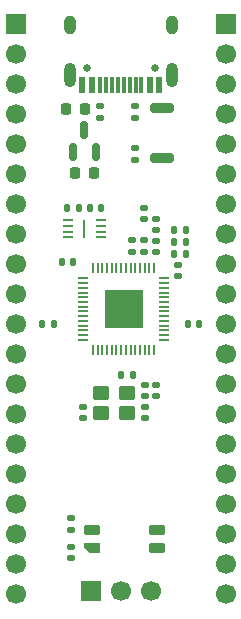
<source format=gbr>
%TF.GenerationSoftware,KiCad,Pcbnew,9.0.6*%
%TF.CreationDate,2026-01-07T14:09:13-05:00*%
%TF.ProjectId,Miguel's-Custom-Devboard - V2,4d696775-656c-4277-932d-437573746f6d,rev?*%
%TF.SameCoordinates,Original*%
%TF.FileFunction,Soldermask,Top*%
%TF.FilePolarity,Negative*%
%FSLAX46Y46*%
G04 Gerber Fmt 4.6, Leading zero omitted, Abs format (unit mm)*
G04 Created by KiCad (PCBNEW 9.0.6) date 2026-01-07 14:09:13*
%MOMM*%
%LPD*%
G01*
G04 APERTURE LIST*
G04 Aperture macros list*
%AMRoundRect*
0 Rectangle with rounded corners*
0 $1 Rounding radius*
0 $2 $3 $4 $5 $6 $7 $8 $9 X,Y pos of 4 corners*
0 Add a 4 corners polygon primitive as box body*
4,1,4,$2,$3,$4,$5,$6,$7,$8,$9,$2,$3,0*
0 Add four circle primitives for the rounded corners*
1,1,$1+$1,$2,$3*
1,1,$1+$1,$4,$5*
1,1,$1+$1,$6,$7*
1,1,$1+$1,$8,$9*
0 Add four rect primitives between the rounded corners*
20,1,$1+$1,$2,$3,$4,$5,0*
20,1,$1+$1,$4,$5,$6,$7,0*
20,1,$1+$1,$6,$7,$8,$9,0*
20,1,$1+$1,$8,$9,$2,$3,0*%
%AMFreePoly0*
4,1,18,-0.410000,0.265000,0.000000,0.675000,0.328000,0.675000,0.359380,0.668758,0.385983,0.650983,0.403758,0.624380,0.410000,0.593000,0.410000,-0.593000,0.403758,-0.624380,0.385983,-0.650983,0.359380,-0.668758,0.328000,-0.675000,-0.328000,-0.675000,-0.359380,-0.668758,-0.385983,-0.650983,-0.403758,-0.624380,-0.410000,-0.593000,-0.410000,0.265000,-0.410000,0.265000,$1*%
G04 Aperture macros list end*
%ADD10RoundRect,0.062500X-0.387500X-0.062500X0.387500X-0.062500X0.387500X0.062500X-0.387500X0.062500X0*%
%ADD11R,0.200000X1.600000*%
%ADD12RoundRect,0.140000X0.140000X0.170000X-0.140000X0.170000X-0.140000X-0.170000X0.140000X-0.170000X0*%
%ADD13RoundRect,0.140000X0.170000X-0.140000X0.170000X0.140000X-0.170000X0.140000X-0.170000X-0.140000X0*%
%ADD14RoundRect,0.140000X-0.170000X0.140000X-0.170000X-0.140000X0.170000X-0.140000X0.170000X0.140000X0*%
%ADD15RoundRect,0.135000X0.135000X0.185000X-0.135000X0.185000X-0.135000X-0.185000X0.135000X-0.185000X0*%
%ADD16R,1.700000X1.700000*%
%ADD17C,1.700000*%
%ADD18RoundRect,0.050000X-0.387500X-0.050000X0.387500X-0.050000X0.387500X0.050000X-0.387500X0.050000X0*%
%ADD19RoundRect,0.050000X-0.050000X-0.387500X0.050000X-0.387500X0.050000X0.387500X-0.050000X0.387500X0*%
%ADD20R,3.200000X3.200000*%
%ADD21RoundRect,0.140000X-0.140000X-0.170000X0.140000X-0.170000X0.140000X0.170000X-0.140000X0.170000X0*%
%ADD22RoundRect,0.135000X-0.185000X0.135000X-0.185000X-0.135000X0.185000X-0.135000X0.185000X0.135000X0*%
%ADD23RoundRect,0.225000X0.225000X0.250000X-0.225000X0.250000X-0.225000X-0.250000X0.225000X-0.250000X0*%
%ADD24RoundRect,0.082000X0.593000X-0.328000X0.593000X0.328000X-0.593000X0.328000X-0.593000X-0.328000X0*%
%ADD25FreePoly0,90.000000*%
%ADD26RoundRect,0.250000X0.450000X0.350000X-0.450000X0.350000X-0.450000X-0.350000X0.450000X-0.350000X0*%
%ADD27RoundRect,0.150000X0.150000X-0.587500X0.150000X0.587500X-0.150000X0.587500X-0.150000X-0.587500X0*%
%ADD28C,0.650000*%
%ADD29R,0.600000X1.450000*%
%ADD30R,0.300000X1.450000*%
%ADD31O,1.000000X2.100000*%
%ADD32O,1.000000X1.600000*%
%ADD33RoundRect,0.200000X-0.800000X0.200000X-0.800000X-0.200000X0.800000X-0.200000X0.800000X0.200000X0*%
G04 APERTURE END LIST*
D10*
%TO.C,U3*%
X188998800Y-60927900D03*
X188998800Y-61427900D03*
X188998800Y-61927900D03*
X188998800Y-62427900D03*
X191848800Y-62427900D03*
X191848800Y-61927900D03*
X191848800Y-61427900D03*
X191848800Y-60927900D03*
D11*
X190423800Y-61677900D03*
%TD*%
D12*
%TO.C,C17*%
X191853800Y-59893200D03*
X190893800Y-59893200D03*
%TD*%
D13*
%TO.C,C1*%
X195453000Y-60881200D03*
X195453000Y-59921200D03*
%TD*%
D14*
%TO.C,C7*%
X195529200Y-74881800D03*
X195529200Y-75841800D03*
%TD*%
D12*
%TO.C,C8*%
X187830400Y-69723000D03*
X186870400Y-69723000D03*
%TD*%
D15*
%TO.C,R7*%
X189983800Y-59893200D03*
X188963800Y-59893200D03*
%TD*%
D13*
%TO.C,C2*%
X196443600Y-61795600D03*
X196443600Y-60835600D03*
%TD*%
D16*
%TO.C,J4*%
X190960000Y-92390000D03*
D17*
X193500000Y-92390000D03*
X196040000Y-92390000D03*
%TD*%
D18*
%TO.C,U1*%
X190292500Y-65890000D03*
X190292500Y-66290000D03*
X190292500Y-66690000D03*
X190292500Y-67090000D03*
X190292500Y-67490000D03*
X190292500Y-67890000D03*
X190292500Y-68290000D03*
X190292500Y-68690000D03*
X190292500Y-69090000D03*
X190292500Y-69490000D03*
X190292500Y-69890000D03*
X190292500Y-70290000D03*
X190292500Y-70690000D03*
X190292500Y-71090000D03*
D19*
X191130000Y-71927500D03*
X191530000Y-71927500D03*
X191930000Y-71927500D03*
X192330000Y-71927500D03*
X192730000Y-71927500D03*
X193130000Y-71927500D03*
X193530000Y-71927500D03*
X193930000Y-71927500D03*
X194330000Y-71927500D03*
X194730000Y-71927500D03*
X195130000Y-71927500D03*
X195530000Y-71927500D03*
X195930000Y-71927500D03*
X196330000Y-71927500D03*
D18*
X197167500Y-71090000D03*
X197167500Y-70690000D03*
X197167500Y-70290000D03*
X197167500Y-69890000D03*
X197167500Y-69490000D03*
X197167500Y-69090000D03*
X197167500Y-68690000D03*
X197167500Y-68290000D03*
X197167500Y-67890000D03*
X197167500Y-67490000D03*
X197167500Y-67090000D03*
X197167500Y-66690000D03*
X197167500Y-66290000D03*
X197167500Y-65890000D03*
D19*
X196330000Y-65052500D03*
X195930000Y-65052500D03*
X195530000Y-65052500D03*
X195130000Y-65052500D03*
X194730000Y-65052500D03*
X194330000Y-65052500D03*
X193930000Y-65052500D03*
X193530000Y-65052500D03*
X193130000Y-65052500D03*
X192730000Y-65052500D03*
X192330000Y-65052500D03*
X191930000Y-65052500D03*
X191530000Y-65052500D03*
X191130000Y-65052500D03*
D20*
X193730000Y-68490000D03*
%TD*%
D21*
%TO.C,C12*%
X198021000Y-61823600D03*
X198981000Y-61823600D03*
%TD*%
D12*
%TO.C,C9*%
X189481400Y-64541400D03*
X188521400Y-64541400D03*
%TD*%
D14*
%TO.C,C11*%
X196519800Y-74879200D03*
X196519800Y-75839200D03*
%TD*%
D16*
%TO.C,J3*%
X202390000Y-44370000D03*
D17*
X202390000Y-46910000D03*
X202390000Y-49450000D03*
X202390000Y-51990000D03*
X202390000Y-54530000D03*
X202390000Y-57070000D03*
X202390000Y-59610000D03*
X202390000Y-62150000D03*
X202390000Y-64690000D03*
X202390000Y-67230000D03*
X202390000Y-69770000D03*
X202390000Y-72310000D03*
X202390000Y-74850000D03*
X202390000Y-77390000D03*
X202390000Y-79930000D03*
X202390000Y-82470000D03*
X202390000Y-85010000D03*
X202390000Y-87550000D03*
X202390000Y-90090000D03*
X202390000Y-92630000D03*
%TD*%
D16*
%TO.C,J2*%
X184610000Y-44370000D03*
D17*
X184610000Y-46910000D03*
X184610000Y-49450000D03*
X184610000Y-51990000D03*
X184610000Y-54530000D03*
X184610000Y-57070000D03*
X184610000Y-59610000D03*
X184610000Y-62150000D03*
X184610000Y-64690000D03*
X184610000Y-67230000D03*
X184610000Y-69770000D03*
X184610000Y-72310000D03*
X184610000Y-74850000D03*
X184610000Y-77390000D03*
X184610000Y-79930000D03*
X184610000Y-82470000D03*
X184610000Y-85010000D03*
X184610000Y-87550000D03*
X184610000Y-90090000D03*
X184610000Y-92630000D03*
%TD*%
D13*
%TO.C,C5*%
X198374000Y-65707200D03*
X198374000Y-64747200D03*
%TD*%
D21*
%TO.C,C3*%
X198021000Y-62814200D03*
X198981000Y-62814200D03*
%TD*%
D13*
%TO.C,C10*%
X196443600Y-63675200D03*
X196443600Y-62715200D03*
%TD*%
D22*
%TO.C,R1*%
X194741800Y-51255200D03*
X194741800Y-52275200D03*
%TD*%
D23*
%TO.C,C14*%
X191198800Y-56997600D03*
X189648800Y-56997600D03*
%TD*%
D22*
%TO.C,R6*%
X194741800Y-54885400D03*
X194741800Y-55905400D03*
%TD*%
D21*
%TO.C,C4*%
X198021000Y-63804800D03*
X198981000Y-63804800D03*
%TD*%
D24*
%TO.C,LED1*%
X196550000Y-87200000D03*
X196550000Y-88700000D03*
X191100000Y-87200000D03*
D25*
X191100000Y-88700000D03*
%TD*%
D26*
%TO.C,Y1*%
X193987600Y-75553200D03*
X191787600Y-75553200D03*
X191787600Y-77253200D03*
X193987600Y-77253200D03*
%TD*%
D21*
%TO.C,C6*%
X199164000Y-69723000D03*
X200124000Y-69723000D03*
%TD*%
D23*
%TO.C,C13*%
X190436800Y-51562000D03*
X188886800Y-51562000D03*
%TD*%
D27*
%TO.C,U2*%
X189473800Y-55215000D03*
X191373800Y-55215000D03*
X190423800Y-53340000D03*
%TD*%
D28*
%TO.C,J1*%
X196390000Y-48100000D03*
X190610000Y-48100000D03*
D29*
X196750000Y-49545000D03*
X195950000Y-49545000D03*
D30*
X194750000Y-49545000D03*
X193750000Y-49545000D03*
X193250000Y-49545000D03*
X192250000Y-49545000D03*
D29*
X191050000Y-49545000D03*
X190250000Y-49545000D03*
X190250000Y-49545000D03*
X191050000Y-49545000D03*
D30*
X191750000Y-49545000D03*
X192750000Y-49545000D03*
X194250000Y-49545000D03*
X195250000Y-49545000D03*
D29*
X195950000Y-49545000D03*
X196750000Y-49545000D03*
D31*
X197820000Y-48630000D03*
D32*
X197820000Y-44450000D03*
D31*
X189180000Y-48630000D03*
D32*
X189180000Y-44450000D03*
%TD*%
D22*
%TO.C,R2*%
X191744600Y-51255200D03*
X191744600Y-52275200D03*
%TD*%
D14*
%TO.C,C18*%
X189300000Y-88600000D03*
X189300000Y-89560000D03*
%TD*%
D22*
%TO.C,R3*%
X194430000Y-62660000D03*
X194430000Y-63680000D03*
%TD*%
D14*
%TO.C,C15*%
X190263600Y-76772400D03*
X190263600Y-77732400D03*
%TD*%
D15*
%TO.C,R5*%
X194558200Y-74105400D03*
X193538200Y-74105400D03*
%TD*%
D33*
%TO.C,SW1*%
X196977000Y-51485800D03*
X196977000Y-55685800D03*
%TD*%
D22*
%TO.C,R8*%
X189300000Y-86180000D03*
X189300000Y-87200000D03*
%TD*%
D13*
%TO.C,C16*%
X195521400Y-77721400D03*
X195521400Y-76761400D03*
%TD*%
D22*
%TO.C,R4*%
X195440000Y-62650000D03*
X195440000Y-63670000D03*
%TD*%
M02*

</source>
